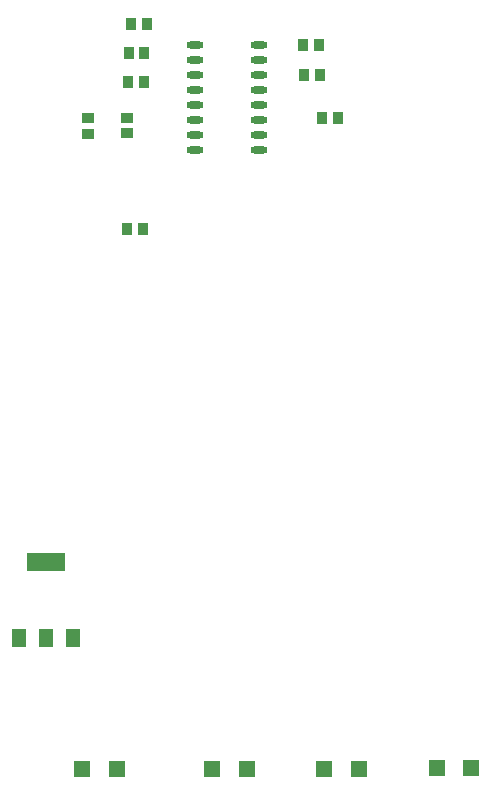
<source format=gbp>
%FSLAX23Y23*%
%MOIN*%
%SFA1B1*%

%IPPOS*%
%ADD21O,0.057090X0.023620*%
%ADD33R,0.053150X0.057090*%
%ADD34R,0.035430X0.039370*%
%ADD35R,0.039370X0.035430*%
%ADD75R,0.047240X0.059060*%
%ADD76R,0.129920X0.059060*%
%LNvcu-1*%
%LPD*%
G54D21*
X1435Y2695D03*
Y2745D03*
Y2795D03*
Y2845D03*
Y2895D03*
Y2945D03*
Y2995D03*
Y3045D03*
X1650Y2695D03*
Y2745D03*
Y2795D03*
Y2845D03*
Y2895D03*
Y2945D03*
Y2995D03*
Y3045D03*
G54D33*
X1494Y630D03*
X1610D03*
X1867D03*
X1983D03*
X1061D03*
X1177D03*
X2242Y635D03*
X2358D03*
G54D34*
X1262Y2433D03*
X1209D03*
X1265Y2922D03*
X1212D03*
X1268Y3018D03*
X1215D03*
X1275Y3114D03*
X1222D03*
X1797Y3045D03*
X1851D03*
X1799Y2946D03*
X1853D03*
X1861Y2800D03*
X1914D03*
G54D35*
X1210Y2750D03*
Y2803D03*
X1079Y2748D03*
Y2802D03*
G54D75*
X1030Y1068D03*
X940D03*
X849D03*
G54D76*
X940Y1320D03*
M02*
</source>
